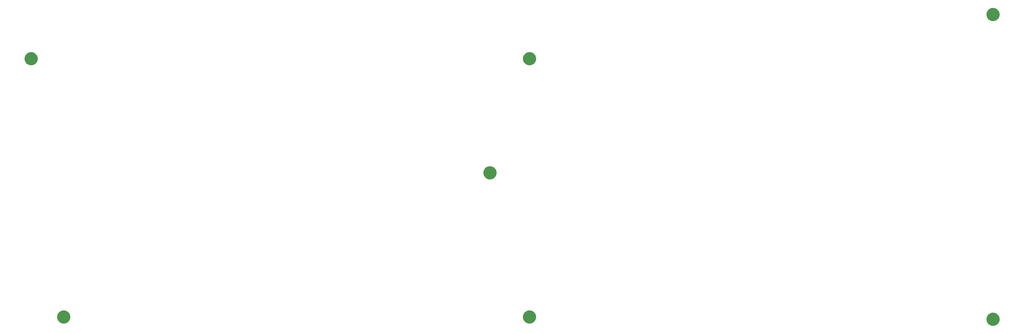
<source format=gbr>
G04 #@! TF.GenerationSoftware,KiCad,Pcbnew,(5.1.4)-1*
G04 #@! TF.CreationDate,2020-12-10T19:49:46+01:00*
G04 #@! TF.ProjectId,CZTKeyRev0Plate,435a544b-6579-4526-9576-30506c617465,rev?*
G04 #@! TF.SameCoordinates,Original*
G04 #@! TF.FileFunction,Soldermask,Top*
G04 #@! TF.FilePolarity,Negative*
%FSLAX46Y46*%
G04 Gerber Fmt 4.6, Leading zero omitted, Abs format (unit mm)*
G04 Created by KiCad (PCBNEW (5.1.4)-1) date 2020-12-10 19:49:46*
%MOMM*%
%LPD*%
G04 APERTURE LIST*
%ADD10C,0.100000*%
G04 APERTURE END LIST*
D10*
G36*
X330475880Y-179528776D02*
G01*
X330856593Y-179604504D01*
X331266249Y-179774189D01*
X331634929Y-180020534D01*
X331948466Y-180334071D01*
X332194811Y-180702751D01*
X332364496Y-181112407D01*
X332451000Y-181547296D01*
X332451000Y-181990704D01*
X332364496Y-182425593D01*
X332194811Y-182835249D01*
X331948466Y-183203929D01*
X331634929Y-183517466D01*
X331266249Y-183763811D01*
X330856593Y-183933496D01*
X330475880Y-184009224D01*
X330421705Y-184020000D01*
X329978295Y-184020000D01*
X329924120Y-184009224D01*
X329543407Y-183933496D01*
X329133751Y-183763811D01*
X328765071Y-183517466D01*
X328451534Y-183203929D01*
X328205189Y-182835249D01*
X328035504Y-182425593D01*
X327949000Y-181990704D01*
X327949000Y-181547296D01*
X328035504Y-181112407D01*
X328205189Y-180702751D01*
X328451534Y-180334071D01*
X328765071Y-180020534D01*
X329133751Y-179774189D01*
X329543407Y-179604504D01*
X329924120Y-179528776D01*
X329978295Y-179518000D01*
X330421705Y-179518000D01*
X330475880Y-179528776D01*
X330475880Y-179528776D01*
G37*
G36*
X172519880Y-178734776D02*
G01*
X172900593Y-178810504D01*
X173310249Y-178980189D01*
X173678929Y-179226534D01*
X173992466Y-179540071D01*
X174238811Y-179908751D01*
X174408496Y-180318407D01*
X174495000Y-180753296D01*
X174495000Y-181196704D01*
X174408496Y-181631593D01*
X174238811Y-182041249D01*
X173992466Y-182409929D01*
X173678929Y-182723466D01*
X173310249Y-182969811D01*
X172900593Y-183139496D01*
X172519880Y-183215224D01*
X172465705Y-183226000D01*
X172022295Y-183226000D01*
X171968120Y-183215224D01*
X171587407Y-183139496D01*
X171177751Y-182969811D01*
X170809071Y-182723466D01*
X170495534Y-182409929D01*
X170249189Y-182041249D01*
X170079504Y-181631593D01*
X169993000Y-181196704D01*
X169993000Y-180753296D01*
X170079504Y-180318407D01*
X170249189Y-179908751D01*
X170495534Y-179540071D01*
X170809071Y-179226534D01*
X171177751Y-178980189D01*
X171587407Y-178810504D01*
X171968120Y-178734776D01*
X172022295Y-178724000D01*
X172465705Y-178724000D01*
X172519880Y-178734776D01*
X172519880Y-178734776D01*
G37*
G36*
X13769680Y-178734776D02*
G01*
X14150393Y-178810504D01*
X14560049Y-178980189D01*
X14928729Y-179226534D01*
X15242266Y-179540071D01*
X15488611Y-179908751D01*
X15658296Y-180318407D01*
X15744800Y-180753296D01*
X15744800Y-181196704D01*
X15658296Y-181631593D01*
X15488611Y-182041249D01*
X15242266Y-182409929D01*
X14928729Y-182723466D01*
X14560049Y-182969811D01*
X14150393Y-183139496D01*
X13769680Y-183215224D01*
X13715505Y-183226000D01*
X13272095Y-183226000D01*
X13217920Y-183215224D01*
X12837207Y-183139496D01*
X12427551Y-182969811D01*
X12058871Y-182723466D01*
X11745334Y-182409929D01*
X11498989Y-182041249D01*
X11329304Y-181631593D01*
X11242800Y-181196704D01*
X11242800Y-180753296D01*
X11329304Y-180318407D01*
X11498989Y-179908751D01*
X11745334Y-179540071D01*
X12058871Y-179226534D01*
X12427551Y-178980189D01*
X12837207Y-178810504D01*
X13217920Y-178734776D01*
X13272095Y-178724000D01*
X13715505Y-178724000D01*
X13769680Y-178734776D01*
X13769680Y-178734776D01*
G37*
G36*
X159025880Y-129521776D02*
G01*
X159406593Y-129597504D01*
X159816249Y-129767189D01*
X160184929Y-130013534D01*
X160498466Y-130327071D01*
X160744811Y-130695751D01*
X160914496Y-131105407D01*
X161001000Y-131540296D01*
X161001000Y-131983704D01*
X160914496Y-132418593D01*
X160744811Y-132828249D01*
X160498466Y-133196929D01*
X160184929Y-133510466D01*
X159816249Y-133756811D01*
X159406593Y-133926496D01*
X159025880Y-134002224D01*
X158971705Y-134013000D01*
X158528295Y-134013000D01*
X158474120Y-134002224D01*
X158093407Y-133926496D01*
X157683751Y-133756811D01*
X157315071Y-133510466D01*
X157001534Y-133196929D01*
X156755189Y-132828249D01*
X156585504Y-132418593D01*
X156499000Y-131983704D01*
X156499000Y-131540296D01*
X156585504Y-131105407D01*
X156755189Y-130695751D01*
X157001534Y-130327071D01*
X157315071Y-130013534D01*
X157683751Y-129767189D01*
X158093407Y-129597504D01*
X158474120Y-129521776D01*
X158528295Y-129511000D01*
X158971705Y-129511000D01*
X159025880Y-129521776D01*
X159025880Y-129521776D01*
G37*
G36*
X172519880Y-90628576D02*
G01*
X172900593Y-90704304D01*
X173310249Y-90873989D01*
X173678929Y-91120334D01*
X173992466Y-91433871D01*
X174238811Y-91802551D01*
X174408496Y-92212207D01*
X174495000Y-92647096D01*
X174495000Y-93090504D01*
X174408496Y-93525393D01*
X174238811Y-93935049D01*
X173992466Y-94303729D01*
X173678929Y-94617266D01*
X173310249Y-94863611D01*
X172900593Y-95033296D01*
X172519880Y-95109024D01*
X172465705Y-95119800D01*
X172022295Y-95119800D01*
X171968120Y-95109024D01*
X171587407Y-95033296D01*
X171177751Y-94863611D01*
X170809071Y-94617266D01*
X170495534Y-94303729D01*
X170249189Y-93935049D01*
X170079504Y-93525393D01*
X169993000Y-93090504D01*
X169993000Y-92647096D01*
X170079504Y-92212207D01*
X170249189Y-91802551D01*
X170495534Y-91433871D01*
X170809071Y-91120334D01*
X171177751Y-90873989D01*
X171587407Y-90704304D01*
X171968120Y-90628576D01*
X172022295Y-90617800D01*
X172465705Y-90617800D01*
X172519880Y-90628576D01*
X172519880Y-90628576D01*
G37*
G36*
X2657180Y-90628576D02*
G01*
X3037893Y-90704304D01*
X3447549Y-90873989D01*
X3816229Y-91120334D01*
X4129766Y-91433871D01*
X4376111Y-91802551D01*
X4545796Y-92212207D01*
X4632300Y-92647096D01*
X4632300Y-93090504D01*
X4545796Y-93525393D01*
X4376111Y-93935049D01*
X4129766Y-94303729D01*
X3816229Y-94617266D01*
X3447549Y-94863611D01*
X3037893Y-95033296D01*
X2657180Y-95109024D01*
X2603005Y-95119800D01*
X2159595Y-95119800D01*
X2105420Y-95109024D01*
X1724707Y-95033296D01*
X1315051Y-94863611D01*
X946371Y-94617266D01*
X632834Y-94303729D01*
X386489Y-93935049D01*
X216804Y-93525393D01*
X130300Y-93090504D01*
X130300Y-92647096D01*
X216804Y-92212207D01*
X386489Y-91802551D01*
X632834Y-91433871D01*
X946371Y-91120334D01*
X1315051Y-90873989D01*
X1724707Y-90704304D01*
X2105420Y-90628576D01*
X2159595Y-90617800D01*
X2603005Y-90617800D01*
X2657180Y-90628576D01*
X2657180Y-90628576D01*
G37*
G36*
X330475880Y-75547276D02*
G01*
X330856593Y-75623004D01*
X331266249Y-75792689D01*
X331634929Y-76039034D01*
X331948466Y-76352571D01*
X332194811Y-76721251D01*
X332364496Y-77130907D01*
X332451000Y-77565796D01*
X332451000Y-78009204D01*
X332364496Y-78444093D01*
X332194811Y-78853749D01*
X331948466Y-79222429D01*
X331634929Y-79535966D01*
X331266249Y-79782311D01*
X330856593Y-79951996D01*
X330475880Y-80027724D01*
X330421705Y-80038500D01*
X329978295Y-80038500D01*
X329924120Y-80027724D01*
X329543407Y-79951996D01*
X329133751Y-79782311D01*
X328765071Y-79535966D01*
X328451534Y-79222429D01*
X328205189Y-78853749D01*
X328035504Y-78444093D01*
X327949000Y-78009204D01*
X327949000Y-77565796D01*
X328035504Y-77130907D01*
X328205189Y-76721251D01*
X328451534Y-76352571D01*
X328765071Y-76039034D01*
X329133751Y-75792689D01*
X329543407Y-75623004D01*
X329924120Y-75547276D01*
X329978295Y-75536500D01*
X330421705Y-75536500D01*
X330475880Y-75547276D01*
X330475880Y-75547276D01*
G37*
M02*

</source>
